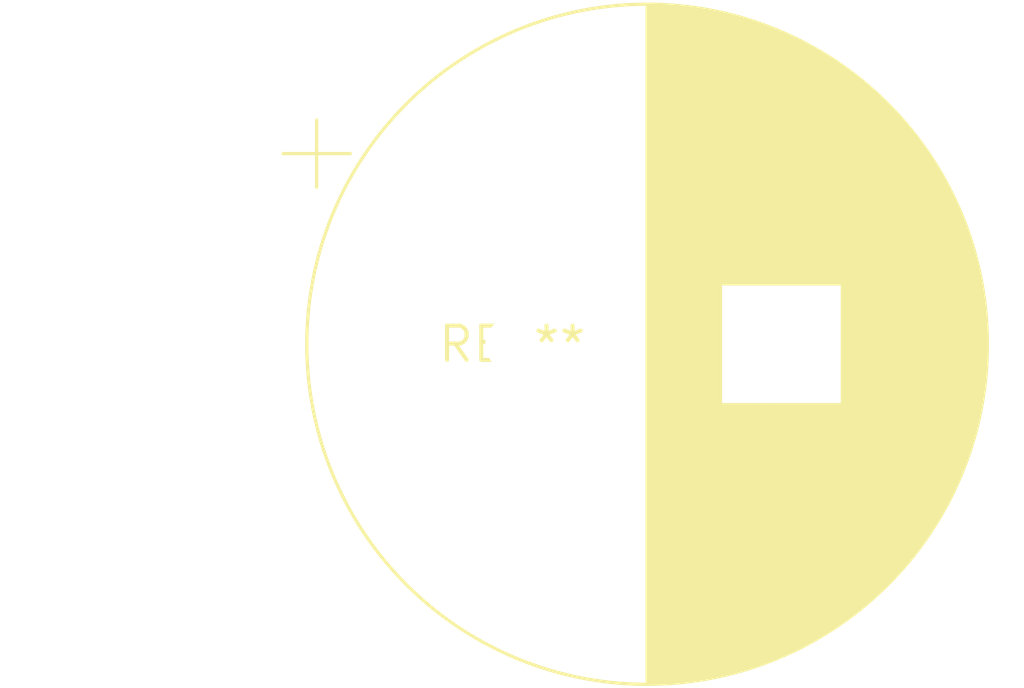
<source format=kicad_pcb>
(kicad_pcb (version 20240108) (generator pcbnew)
  (layers (0 "F.Cu" signal) (31 "B.Cu" signal) (34 "B.Paste" user) (35 "F.Paste" user) (36 "B.SilkS" user "B.Silkscreen") (37 "F.SilkS" user "F.Silkscreen") (38 "B.Mask" user) (39 "F.Mask" user) (44 "Edge.Cuts" user))
  (net 0 "")
  (footprint "CP_Radial_D25.0mm_P10.00mm_SnapIn" (layer "F.Cu") (at 0 0)
    (property "Reference" "REF**")
    (property "Value" "CP_Radial_D25.0mm_P10.00mm_SnapIn")
    (fp_line (start -8.504259 -7.075) (end -6.004259 -7.075) (layer "F.SilkS") (stroke (width 0.12)))
    (fp_line (start -7.254259 -8.325) (end -7.254259 -5.825) (layer "F.SilkS") (stroke (width 0.12)))
    (fp_line (start 5 -12.581) (end 5 12.581) (layer "F.SilkS") (stroke (width 0.12)))
    (fp_line (start 5.04 -12.58) (end 5.04 12.58) (layer "F.SilkS") (stroke (width 0.12)))
    (fp_line (start 5.08 -12.58) (end 5.08 12.58) (layer "F.SilkS") (stroke (width 0.12)))
    (fp_line (start 5.12 -12.58) (end 5.12 12.58) (layer "F.SilkS") (stroke (width 0.12)))
    (fp_line (start 5.16 -12.579) (end 5.16 12.579) (layer "F.SilkS") (stroke (width 0.12)))
    (fp_line (start 5.2 -12.579) (end 5.2 12.579) (layer "F.SilkS") (stroke (width 0.12)))
    (fp_line (start 5.24 -12.578) (end 5.24 12.578) (layer "F.SilkS") (stroke (width 0.12)))
    (fp_line (start 5.28 -12.577) (end 5.28 12.577) (layer "F.SilkS") (stroke (width 0.12)))
    (fp_line (start 5.32 -12.576) (end 5.32 12.576) (layer "F.SilkS") (stroke (width 0.12)))
    (fp_line (start 5.36 -12.575) (end 5.36 12.575) (layer "F.SilkS") (stroke (width 0.12)))
    (fp_line (start 5.4 -12.574) (end 5.4 12.574) (layer "F.SilkS") (stroke (width 0.12)))
    (fp_line (start 5.44 -12.573) (end 5.44 12.573) (layer "F.SilkS") (stroke (width 0.12)))
    (fp_line (start 5.48 -12.571) (end 5.48 12.571) (layer "F.SilkS") (stroke (width 0.12)))
    (fp_line (start 5.52 -12.57) (end 5.52 12.57) (layer "F.SilkS") (stroke (width 0.12)))
    (fp_line (start 5.56 -12.568) (end 5.56 12.568) (layer "F.SilkS") (stroke (width 0.12)))
    (fp_line (start 5.6 -12.566) (end 5.6 12.566) (layer "F.SilkS") (stroke (width 0.12)))
    (fp_line (start 5.64 -12.564) (end 5.64 12.564) (layer "F.SilkS") (stroke (width 0.12)))
    (fp_line (start 5.68 -12.562) (end 5.68 12.562) (layer "F.SilkS") (stroke (width 0.12)))
    (fp_line (start 5.721 -12.56) (end 5.721 12.56) (layer "F.SilkS") (stroke (width 0.12)))
    (fp_line (start 5.761 -12.558) (end 5.761 12.558) (layer "F.SilkS") (stroke (width 0.12)))
    (fp_line (start 5.801 -12.555) (end 5.801 12.555) (layer "F.SilkS") (stroke (width 0.12)))
    (fp_line (start 5.841 -12.553) (end 5.841 12.553) (layer "F.SilkS") (stroke (width 0.12)))
    (fp_line (start 5.881 -12.55) (end 5.881 12.55) (layer "F.SilkS") (stroke (width 0.12)))
    (fp_line (start 5.921 -12.547) (end 5.921 12.547) (layer "F.SilkS") (stroke (width 0.12)))
    (fp_line (start 5.961 -12.544) (end 5.961 12.544) (layer "F.SilkS") (stroke (width 0.12)))
    (fp_line (start 6.001 -12.541) (end 6.001 12.541) (layer "F.SilkS") (stroke (width 0.12)))
    (fp_line (start 6.041 -12.538) (end 6.041 12.538) (layer "F.SilkS") (stroke (width 0.12)))
    (fp_line (start 6.081 -12.534) (end 6.081 12.534) (layer "F.SilkS") (stroke (width 0.12)))
    (fp_line (start 6.121 -12.531) (end 6.121 12.531) (layer "F.SilkS") (stroke (width 0.12)))
    (fp_line (start 6.161 -12.527) (end 6.161 12.527) (layer "F.SilkS") (stroke (width 0.12)))
    (fp_line (start 6.201 -12.523) (end 6.201 12.523) (layer "F.SilkS") (stroke (width 0.12)))
    (fp_line (start 6.241 -12.519) (end 6.241 12.519) (layer "F.SilkS") (stroke (width 0.12)))
    (fp_line (start 6.281 -12.515) (end 6.281 12.515) (layer "F.SilkS") (stroke (width 0.12)))
    (fp_line (start 6.321 -12.511) (end 6.321 12.511) (layer "F.SilkS") (stroke (width 0.12)))
    (fp_line (start 6.361 -12.507) (end 6.361 12.507) (layer "F.SilkS") (stroke (width 0.12)))
    (fp_line (start 6.401 -12.503) (end 6.401 12.503) (layer "F.SilkS") (stroke (width 0.12)))
    (fp_line (start 6.441 -12.498) (end 6.441 12.498) (layer "F.SilkS") (stroke (width 0.12)))
    (fp_line (start 6.481 -12.493) (end 6.481 12.493) (layer "F.SilkS") (stroke (width 0.12)))
    (fp_line (start 6.521 -12.489) (end 6.521 12.489) (layer "F.SilkS") (stroke (width 0.12)))
    (fp_line (start 6.561 -12.484) (end 6.561 12.484) (layer "F.SilkS") (stroke (width 0.12)))
    (fp_line (start 6.601 -12.479) (end 6.601 12.479) (layer "F.SilkS") (stroke (width 0.12)))
    (fp_line (start 6.641 -12.473) (end 6.641 12.473) (layer "F.SilkS") (stroke (width 0.12)))
    (fp_line (start 6.681 -12.468) (end 6.681 12.468) (layer "F.SilkS") (stroke (width 0.12)))
    (fp_line (start 6.721 -12.463) (end 6.721 12.463) (layer "F.SilkS") (stroke (width 0.12)))
    (fp_line (start 6.761 -12.457) (end 6.761 12.457) (layer "F.SilkS") (stroke (width 0.12)))
    (fp_line (start 6.801 -12.451) (end 6.801 12.451) (layer "F.SilkS") (stroke (width 0.12)))
    (fp_line (start 6.841 -12.446) (end 6.841 12.446) (layer "F.SilkS") (stroke (width 0.12)))
    (fp_line (start 6.881 -12.44) (end 6.881 12.44) (layer "F.SilkS") (stroke (width 0.12)))
    (fp_line (start 6.921 -12.434) (end 6.921 12.434) (layer "F.SilkS") (stroke (width 0.12)))
    (fp_line (start 6.961 -12.427) (end 6.961 12.427) (layer "F.SilkS") (stroke (width 0.12)))
    (fp_line (start 7.001 -12.421) (end 7.001 12.421) (layer "F.SilkS") (stroke (width 0.12)))
    (fp_line (start 7.041 -12.415) (end 7.041 12.415) (layer "F.SilkS") (stroke (width 0.12)))
    (fp_line (start 7.081 -12.408) (end 7.081 12.408) (layer "F.SilkS") (stroke (width 0.12)))
    (fp_line (start 7.121 -12.401) (end 7.121 12.401) (layer "F.SilkS") (stroke (width 0.12)))
    (fp_line (start 7.161 -12.394) (end 7.161 12.394) (layer "F.SilkS") (stroke (width 0.12)))
    (fp_line (start 7.201 -12.387) (end 7.201 12.387) (layer "F.SilkS") (stroke (width 0.12)))
    (fp_line (start 7.241 -12.38) (end 7.241 12.38) (layer "F.SilkS") (stroke (width 0.12)))
    (fp_line (start 7.281 -12.373) (end 7.281 12.373) (layer "F.SilkS") (stroke (width 0.12)))
    (fp_line (start 7.321 -12.365) (end 7.321 12.365) (layer "F.SilkS") (stroke (width 0.12)))
    (fp_line (start 7.361 -12.358) (end 7.361 12.358) (layer "F.SilkS") (stroke (width 0.12)))
    (fp_line (start 7.401 -12.35) (end 7.401 12.35) (layer "F.SilkS") (stroke (width 0.12)))
    (fp_line (start 7.441 -12.342) (end 7.441 12.342) (layer "F.SilkS") (stroke (width 0.12)))
    (fp_line (start 7.481 -12.334) (end 7.481 12.334) (layer "F.SilkS") (stroke (width 0.12)))
    (fp_line (start 7.521 -12.326) (end 7.521 12.326) (layer "F.SilkS") (stroke (width 0.12)))
    (fp_line (start 7.561 -12.318) (end 7.561 12.318) (layer "F.SilkS") (stroke (width 0.12)))
    (fp_line (start 7.601 -12.31) (end 7.601 12.31) (layer "F.SilkS") (stroke (width 0.12)))
    (fp_line (start 7.641 -12.301) (end 7.641 12.301) (layer "F.SilkS") (stroke (width 0.12)))
    (fp_line (start 7.681 -12.293) (end 7.681 12.293) (layer "F.SilkS") (stroke (width 0.12)))
    (fp_line (start 7.721 -12.284) (end 7.721 12.284) (layer "F.SilkS") (stroke (width 0.12)))
    (fp_line (start 7.761 -12.275) (end 7.761 -2.24) (layer "F.SilkS") (stroke (width 0.12)))
    (fp_line (start 7.761 2.24) (end 7.761 12.275) (layer "F.SilkS") (stroke (width 0.12)))
    (fp_line (start 7.801 -12.266) (end 7.801 -2.24) (layer "F.SilkS") (stroke (width 0.12)))
    (fp_line (start 7.801 2.24) (end 7.801 12.266) (layer "F.SilkS") (stroke (width 0.12)))
    (fp_line (start 7.841 -12.257) (end 7.841 -2.24) (layer "F.SilkS") (stroke (width 0.12)))
    (fp_line (start 7.841 2.24) (end 7.841 12.257) (layer "F.SilkS") (stroke (width 0.12)))
    (fp_line (start 7.881 -12.247) (end 7.881 -2.24) (layer "F.SilkS") (stroke (width 0.12)))
    (fp_line (start 7.881 2.24) (end 7.881 12.247) (layer "F.SilkS") (stroke (width 0.12)))
    (fp_line (start 7.921 -12.238) (end 7.921 -2.24) (layer "F.SilkS") (stroke (width 0.12)))
    (fp_line (start 7.921 2.24) (end 7.921 12.238) (layer "F.SilkS") (stroke (width 0.12)))
    (fp_line (start 7.961 -12.228) (end 7.961 -2.24) (layer "F.SilkS") (stroke (width 0.12)))
    (fp_line (start 7.961 2.24) (end 7.961 12.228) (layer "F.SilkS") (stroke (width 0.12)))
    (fp_line (start 8.001 -12.219) (end 8.001 -2.24) (layer "F.SilkS") (stroke (width 0.12)))
    (fp_line (start 8.001 2.24) (end 8.001 12.219) (layer "F.SilkS") (stroke (width 0.12)))
    (fp_line (start 8.041 -12.209) (end 8.041 -2.24) (layer "F.SilkS") (stroke (width 0.12)))
    (fp_line (start 8.041 2.24) (end 8.041 12.209) (layer "F.SilkS") (stroke (width 0.12)))
    (fp_line (start 8.081 -12.199) (end 8.081 -2.24) (layer "F.SilkS") (stroke (width 0.12)))
    (fp_line (start 8.081 2.24) (end 8.081 12.199) (layer "F.SilkS") (stroke (width 0.12)))
    (fp_line (start 8.121 -12.189) (end 8.121 -2.24) (layer "F.SilkS") (stroke (width 0.12)))
    (fp_line (start 8.121 2.24) (end 8.121 12.189) (layer "F.SilkS") (stroke (width 0.12)))
    (fp_line (start 8.161 -12.178) (end 8.161 -2.24) (layer "F.SilkS") (stroke (width 0.12)))
    (fp_line (start 8.161 2.24) (end 8.161 12.178) (layer "F.SilkS") (stroke (width 0.12)))
    (fp_line (start 8.201 -12.168) (end 8.201 -2.24) (layer "F.SilkS") (stroke (width 0.12)))
    (fp_line (start 8.201 2.24) (end 8.201 12.168) (layer "F.SilkS") (stroke (width 0.12)))
    (fp_line (start 8.241 -12.157) (end 8.241 -2.24) (layer "F.SilkS") (stroke (width 0.12)))
    (fp_line (start 8.241 2.24) (end 8.241 12.157) (layer "F.SilkS") (stroke (width 0.12)))
    (fp_line (start 8.281 -12.147) (end 8.281 -2.24) (layer "F.SilkS") (stroke (width 0.12)))
    (fp_line (start 8.281 2.24) (end 8.281 12.147) (layer "F.SilkS") (stroke (width 0.12)))
    (fp_line (start 8.321 -12.136) (end 8.321 -2.24) (layer "F.SilkS") (stroke (width 0.12)))
    (fp_line (start 8.321 2.24) (end 8.321 12.136) (layer "F.SilkS") (stroke (width 0.12)))
    (fp_line (start 8.361 -12.125) (end 8.361 -2.24) (layer "F.SilkS") (stroke (width 0.12)))
    (fp_line (start 8.361 2.24) (end 8.361 12.125) (layer "F.SilkS") (stroke (width 0.12)))
    (fp_line (start 8.401 -12.114) (end 8.401 -2.24) (layer "F.SilkS") (stroke (width 0.12)))
    (fp_line (start 8.401 2.24) (end 8.401 12.114) (layer "F.SilkS") (stroke (width 0.12)))
    (fp_line (start 8.441 -12.103) (end 8.441 -2.24) (layer "F.SilkS") (stroke (width 0.12)))
    (fp_line (start 8.441 2.24) (end 8.441 12.103) (layer "F.SilkS") (stroke (width 0.12)))
    (fp_line (start 8.481 -12.091) (end 8.481 -2.24) (layer "F.SilkS") (stroke (width 0.12)))
    (fp_line (start 8.481 2.24) (end 8.481 12.091) (layer "F.SilkS") (stroke (width 0.12)))
    (fp_line (start 8.521 -12.08) (end 8.521 -2.24) (layer "F.SilkS") (stroke (width 0.12)))
    (fp_line (start 8.521 2.24) (end 8.521 12.08) (layer "F.SilkS") (stroke (width 0.12)))
    (fp_line (start 8.561 -12.068) (end 8.561 -2.24) (layer "F.SilkS") (stroke (width 0.12)))
    (fp_line (start 8.561 2.24) (end 8.561 12.068) (layer "F.SilkS") (stroke (width 0.12)))
    (fp_line (start 8.601 -12.056) (end 8.601 -2.24) (layer "F.SilkS") (stroke (width 0.12)))
    (fp_line (start 8.601 2.24) (end 8.601 12.056) (layer "F.SilkS") (stroke (width 0.12)))
    (fp_line (start 8.641 -12.044) (end 8.641 -2.24) (layer "F.SilkS") (stroke (width 0.12)))
    (fp_line (start 8.641 2.24) (end 8.641 12.044) (layer "F.SilkS") (stroke (width 0.12)))
    (fp_line (start 8.681 -12.032) (end 8.681 -2.24) (layer "F.SilkS") (stroke (width 0.12)))
    (fp_line (start 8.681 2.24) (end 8.681 12.032) (layer "F.SilkS") (stroke (width 0.12)))
    (fp_line (start 8.721 -12.02) (end 8.721 -2.24) (layer "F.SilkS") (stroke (width 0.12)))
    (fp_line (start 8.721 2.24) (end 8.721 12.02) (layer "F.SilkS") (stroke (width 0.12)))
    (fp_line (start 8.761 -12.007) (end 8.761 -2.24) (layer "F.SilkS") (stroke (width 0.12)))
    (fp_line (start 8.761 2.24) (end 8.761 12.007) (layer "F.SilkS") (stroke (width 0.12)))
    (fp_line (start 8.801 -11.995) (end 8.801 -2.24) (layer "F.SilkS") (stroke (width 0.12)))
    (fp_line (start 8.801 2.24) (end 8.801 11.995) (layer "F.SilkS") (stroke (width 0.12)))
    (fp_line (start 8.841 -11.982) (end 8.841 -2.24) (layer "F.SilkS") (stroke (width 0.12)))
    (fp_line (start 8.841 2.24) (end 8.841 11.982) (layer "F.SilkS") (stroke (width 0.12)))
    (fp_line (start 8.881 -11.969) (end 8.881 -2.24) (layer "F.SilkS") (stroke (width 0.12)))
    (fp_line (start 8.881 2.24) (end 8.881 11.969) (layer "F.SilkS") (stroke (width 0.12)))
    (fp_line (start 8.921 -11.956) (end 8.921 -2.24) (layer "F.SilkS") (stroke (width 0.12)))
    (fp_line (start 8.921 2.24) (end 8.921 11.956) (layer "F.SilkS") (stroke (width 0.12)))
    (fp_line (start 8.961 -11.943) (end 8.961 -2.24) (layer "F.SilkS") (stroke (width 0.12)))
    (fp_line (start 8.961 2.24) (end 8.961 11.943) (layer "F.SilkS") (stroke (width 0.12)))
    (fp_line (start 9.001 -11.93) (end 9.001 -2.24) (layer "F.SilkS") (stroke (width 0.12)))
    (fp_line (start 9.001 2.24) (end 9.001 11.93) (layer "F.SilkS") (stroke (width 0.12)))
    (fp_line (start 9.041 -11.916) (end 9.041 -2.24) (layer "F.SilkS") (stroke (width 0.12)))
    (fp_line (start 9.041 2.24) (end 9.041 11.916) (layer "F.SilkS") (stroke (width 0.12)))
    (fp_line (start 9.081 -11.903) (end 9.081 -2.24) (layer "F.SilkS") (stroke (width 0.12)))
    (fp_line (start 9.081 2.24) (end 9.081 11.903) (layer "F.SilkS") (stroke (width 0.12)))
    (fp_line (start 9.121 -11.889) (end 9.121 -2.24) (layer "F.SilkS") (stroke (width 0.12)))
    (fp_line (start 9.121 2.24) (end 9.121 11.889) (layer "F.SilkS") (stroke (width 0.12)))
    (fp_line (start 9.161 -11.875) (end 9.161 -2.24) (layer "F.SilkS") (stroke (width 0.12)))
    (fp_line (start 9.161 2.24) (end 9.161 11.875) (layer "F.SilkS") (stroke (width 0.12)))
    (fp_line (start 9.201 -11.861) (end 9.201 -2.24) (layer "F.SilkS") (stroke (width 0.12)))
    (fp_line (start 9.201 2.24) (end 9.201 11.861) (layer "F.SilkS") (stroke (width 0.12)))
    (fp_line (start 9.241 -11.847) (end 9.241 -2.24) (layer "F.SilkS") (stroke (width 0.12)))
    (fp_line (start 9.241 2.24) (end 9.241 11.847) (layer "F.SilkS") (stroke (width 0.12)))
    (fp_line (start 9.281 -11.833) (end 9.281 -2.24) (layer "F.SilkS") (stroke (width 0.12)))
    (fp_line (start 9.281 2.24) (end 9.281 11.833) (layer "F.SilkS") (stroke (width 0.12)))
    (fp_line (start 9.321 -11.818) (end 9.321 -2.24) (layer "F.SilkS") (stroke (width 0.12)))
    (fp_line (start 9.321 2.24) (end 9.321 11.818) (layer "F.SilkS") (stroke (width 0.12)))
    (fp_line (start 9.361 -11.803) (end 9.361 -2.24) (layer "F.SilkS") (stroke (width 0.12)))
    (fp_line (start 9.361 2.24) (end 9.361 11.803) (layer "F.SilkS") (stroke (width 0.12)))
    (fp_line (start 9.401 -11.789) (end 9.401 -2.24) (layer "F.SilkS") (stroke (width 0.12)))
    (fp_line (start 9.401 2.24) (end 9.401 11.789) (layer "F.SilkS") (stroke (width 0.12)))
    (fp_line (start 9.441 -11.774) (end 9.441 -2.24) (layer "F.SilkS") (stroke (width 0.12)))
    (fp_line (start 9.441 2.24) (end 9.441 11.774) (layer "F.SilkS") (stroke (width 0.12)))
    (fp_line (start 9.481 -11.759) (end 9.481 -2.24) (layer "F.SilkS") (stroke (width 0.12)))
    (fp_line (start 9.481 2.24) (end 9.481 11.759) (layer "F.SilkS") (stroke (width 0.12)))
    (fp_line (start 9.521 -11.743) (end 9.521 -2.24) (layer "F.SilkS") (stroke (width 0.12)))
    (fp_line (start 9.521 2.24) (end 9.521 11.743) (layer "F.SilkS") (stroke (width 0.12)))
    (fp_line (start 9.561 -11.728) (end 9.561 -2.24) (layer "F.SilkS") (stroke (width 0.12)))
    (fp_line (start 9.561 2.24) (end 9.561 11.728) (layer "F.SilkS") (stroke (width 0.12)))
    (fp_line (start 9.601 -11.712) (end 9.601 -2.24) (layer "F.SilkS") (stroke (width 0.12)))
    (fp_line (start 9.601 2.24) (end 9.601 11.712) (layer "F.SilkS") (stroke (width 0.12)))
    (fp_line (start 9.641 -11.697) (end 9.641 -2.24) (layer "F.SilkS") (stroke (width 0.12)))
    (fp_line (start 9.641 2.24) (end 9.641 11.697) (layer "F.SilkS") (stroke (width 0.12)))
    (fp_line (start 9.681 -11.681) (end 9.681 -2.24) (layer "F.SilkS") (stroke (width 0.12)))
    (fp_line (start 9.681 2.24) (end 9.681 11.681) (layer "F.SilkS") (stroke (width 0.12)))
    (fp_line (start 9.721 -11.665) (end 9.721 -2.24) (layer "F.SilkS") (stroke (width 0.12)))
    (fp_line (start 9.721 2.24) (end 9.721 11.665) (layer "F.SilkS") (stroke (width 0.12)))
    (fp_line (start 9.761 -11.648) (end 9.761 -2.24) (layer "F.SilkS") (stroke (width 0.12)))
    (fp_line (start 9.761 2.24) (end 9.761 11.648) (layer "F.SilkS") (stroke (width 0.12)))
    (fp_line (start 9.801 -11.632) (end 9.801 -2.24) (layer "F.SilkS") (stroke (width 0.12)))
    (fp_line (start 9.801 2.24) (end 9.801 11.632) (layer "F.SilkS") (stroke (width 0.12)))
    (fp_line (start 9.841 -11.615) (end 9.841 -2.24) (layer "F.SilkS") (stroke (width 0.12)))
    (fp_line (start 9.841 2.24) (end 9.841 11.615) (layer "F.SilkS") (stroke (width 0.12)))
    (fp_line (start 9.881 -11.599) (end 9.881 -2.24) (layer "F.SilkS") (stroke (width 0.12)))
    (fp_line (start 9.881 2.24) (end 9.881 11.599) (layer "F.SilkS") (stroke (width 0.12)))
    (fp_line (start 9.921 -11.582) (end 9.921 -2.24) (layer "F.SilkS") (stroke (width 0.12)))
    (fp_line (start 9.921 2.24) (end 9.921 11.582) (layer "F.SilkS") (stroke (width 0.12)))
    (fp_line (start 9.961 -11.565) (end 9.961 -2.24) (layer "F.SilkS") (stroke (width 0.12)))
    (fp_line (start 9.961 2.24) (end 9.961 11.565) (layer "F.SilkS") (stroke (width 0.12)))
    (fp_line (start 10.001 -11.548) (end 10.001 -2.24) (layer "F.SilkS") (stroke (width 0.12)))
    (fp_line (start 10.001 2.24) (end 10.001 11.548) (layer "F.SilkS") (stroke (width 0.12)))
    (fp_line (start 10.041 -11.53) (end 10.041 -2.24) (layer "F.SilkS") (stroke (width 0.12)))
    (fp_line (start 10.041 2.24) (end 10.041 11.53) (layer "F.SilkS") (stroke (width 0.12)))
    (fp_line (start 10.081 -11.513) (end 10.081 -2.24) (layer "F.SilkS") (stroke (width 0.12)))
    (fp_line (start 10.081 2.24) (end 10.081 11.513) (layer "F.SilkS") (stroke (width 0.12)))
    (fp_line (start 10.121 -11.495) (end 10.121 -2.24) (layer "F.SilkS") (stroke (width 0.12)))
    (fp_line (start 10.121 2.24) (end 10.121 11.495) (layer "F.SilkS") (stroke (width 0.12)))
    (fp_line (start 10.161 -11.477) (end 10.161 -2.24) (layer "F.SilkS") (stroke (width 0.12)))
    (fp_line (start 10.161 2.24) (end 10.161 11.477) (layer "F.SilkS") (stroke (width 0.12)))
    (fp_line (start 10.201 -11.459) (end 10.201 -2.24) (layer "F.SilkS") (stroke (width 0.12)))
    (fp_line (start 10.201 2.24) (end 10.201 11.459) (layer "F.SilkS") (stroke (width 0.12)))
    (fp_line (start 10.241 -11.441) (end 10.241 -2.24) (layer "F.SilkS") (stroke (width 0.12)))
    (fp_line (start 10.241 2.24) (end 10.241 11.441) (layer "F.SilkS") (stroke (width 0.12)))
    (fp_line (start 10.281 -11.423) (end 10.281 -2.24) (layer "F.SilkS") (stroke (width 0.12)))
    (fp_line (start 10.281 2.24) (end 10.281 11.423) (layer "F.SilkS") (stroke (width 0.12)))
    (fp_line (start 10.321 -11.404) (end 10.321 -2.24) (layer "F.SilkS") (stroke (width 0.12)))
    (fp_line (start 10.321 2.24) (end 10.321 11.404) (layer "F.SilkS") (stroke (width 0.12)))
    (fp_line (start 10.361 -11.386) (end 10.361 -2.24) (layer "F.SilkS") (stroke (width 0.12)))
    (fp_line (start 10.361 2.24) (end 10.361 11.386) (layer "F.SilkS") (stroke (width 0.12)))
    (fp_line (start 10.401 -11.367) (end 10.401 -2.24) (layer "F.SilkS") (stroke (width 0.12)))
    (fp_line (start 10.401 2.24) (end 10.401 11.367) (layer "F.SilkS") (stroke (width 0.12)))
    (fp_line (start 10.441 -11.348) (end 10.441 -2.24) (layer "F.SilkS") (stroke (width 0.12)))
    (fp_line (start 10.441 2.24) (end 10.441 11.348) (layer "F.SilkS") (stroke (width 0.12)))
    (fp_line (start 10.481 -11.329) (end 10.481 -2.24) (layer "F.SilkS") (stroke (width 0.12)))
    (fp_line (start 10.481 2.24) (end 10.481 11.329) (layer "F.SilkS") (stroke (width 0.12)))
    (fp_line (start 10.521 -11.309) (end 10.521 -2.24) (layer "F.SilkS") (stroke (width 0.12)))
    (fp_line (start 10.521 2.24) (end 10.521 11.309) (layer "F.SilkS") (stroke (width 0.12)))
    (fp_line (start 10.561 -11.29) (end 10.561 -2.24) (layer "F.SilkS") (stroke (width 0.12)))
    (fp_line (start 10.561 2.24) (end 10.561 11.29) (layer "F.SilkS") (stroke (width 0.12)))
    (fp_line (start 10.601 -11.27) (end 10.601 -2.24) (layer "F.SilkS") (stroke (width 0.12)))
    (fp_line (start 10.601 2.24) (end 10.601 11.27) (layer "F.SilkS") (stroke (width 0.12)))
    (fp_line (start 10.641 -11.25) (end 10.641 -2.24) (layer "F.SilkS") (stroke (width 0.12)))
    (fp_line (start 10.641 2.24) (end 10.641 11.25) (layer "F.SilkS") (stroke (width 0.12)))
    (fp_line (start 10.681 -11.23) (end 10.681 -2.24) (layer "F.SilkS") (stroke (width 0.12)))
    (fp_line (start 10.681 2.24) (end 10.681 11.23) (layer "F.SilkS") (stroke (width 0.12)))
    (fp_line (start 10.721 -11.21) (end 10.721 -2.24) (layer "F.SilkS") (stroke (width 0.12)))
    (fp_line (start 10.721 2.24) (end 10.721 11.21) (layer "F.SilkS") (stroke (width 0.12)))
    (fp_line (start 10.761 -11.189) (end 10.761 -2.24) (layer "F.SilkS") (stroke (width 0.12)))
    (fp_line (start 10.761 2.24) (end 10.761 11.189) (layer "F.SilkS") (stroke (width 0.12)))
    (fp_line (start 10.801 -11.169) (end 10.801 -2.24) (layer "F.SilkS") (stroke (width 0.12)))
    (fp_line (start 10.801 2.24) (end 10.801 11.169) (layer "F.SilkS") (stroke (width 0.12)))
    (fp_line (start 10.841 -11.148) (end 10.841 -2.24) (layer "F.SilkS") (stroke (width 0.12)))
    (fp_line (start 10.841 2.24) (end 10.841 11.148) (layer "F.SilkS") (stroke (width 0.12)))
    (fp_line (start 10.881 -11.127) (end 10.881 -2.24) (layer "F.SilkS") (stroke (width 0.12)))
    (fp_line (start 10.881 2.24) (end 10.881 11.127) (layer "F.SilkS") (stroke (width 0.12)))
    (fp_line (start 10.921 -11.106) (end 10.921 -2.24) (layer "F.SilkS") (stroke (width 0.12)))
    (fp_line (start 10.921 2.24) (end 10.921 11.106) (layer "F.SilkS") (stroke (width 0.12)))
    (fp_line (start 10.961 -11.084) (end 10.961 -2.24) (layer "F.SilkS") (stroke (width 0.12)))
    (fp_line (start 10.961 2.24) (end 10.961 11.084) (layer "F.SilkS") (stroke (width 0.12)))
    (fp_line (start 11.001 -11.063) (end 11.001 -2.24) (layer "F.SilkS") (stroke (width 0.12)))
    (fp_line (start 11.001 2.24) (end 11.001 11.063) (layer "F.SilkS") (stroke (width 0.12)))
    (fp_line (start 11.041 -11.041) (end 11.041 -2.24) (layer "F.SilkS") (stroke (width 0.12)))
    (fp_line (start 11.041 2.24) (end 11.041 11.041) (layer "F.SilkS") (stroke (width 0.12)))
    (fp_line (start 11.081 -11.019) (end 11.081 -2.24) (layer "F.SilkS") (stroke (width 0.12)))
    (fp_line (start 11.081 2.24) (end 11.081 11.019) (layer "F.SilkS") (stroke (width 0.12)))
    (fp_line (start 11.121 -10.997) (end 11.121 -2.24) (layer "F.SilkS") (stroke (width 0.12)))
    (fp_line (start 11.121 2.24) (end 11.121 10.997) (layer "F.SilkS") (stroke (width 0.12)))
    (fp_line (start 11.161 -10.975) (end 11.161 -2.24) (layer "F.SilkS") (stroke (width 0.12)))
    (fp_line (start 11.161 2.24) (end 11.161 10.975) (layer "F.SilkS") (stroke (width 0.12)))
    (fp_line (start 11.201 -10.953) (end 11.201 -2.24) (layer "F.SilkS") (stroke (width 0.12)))
    (fp_line (start 11.201 2.24) (end 11.201 10.953) (layer "F.SilkS") (stroke (width 0.12)))
    (fp_line (start 11.241 -10.93) (end 11.241 -2.24) (layer "F.SilkS") (stroke (width 0.12)))
    (fp_line (start 11.241 2.24) (end 11.241 10.93) (layer "F.SilkS") (stroke (width 0.12)))
    (fp_line (start 11.281 -10.907) (end 11.281 -2.24) (layer "F.SilkS") (stroke (width 0.12)))
    (fp_line (start 11.281 2.24) (end 11.281 10.907) (layer "F.SilkS") (stroke (width 0.12)))
    (fp_line (start 11.321 -10.884) (end 11.321 -2.24) (layer "F.SilkS") (stroke (width 0.12)))
    (fp_line (start 11.321 2.24) (end 11.321 10.884) (layer "F.SilkS") (stroke (width 0.12)))
    (fp_line (start 11.361 -10.861) (end 11.361 -2.24) (layer "F.SilkS") (stroke (width 0.12)))
    (fp_line (start 11.361 2.24) (end 11.361 10.861) (layer "F.SilkS") (stroke (width 0.12)))
    (fp_line (start 11.401 -10.837) (end 11.401 -2.24) (layer "F.SilkS") (stroke (width 0.12)))
    (fp_line (start 11.401 2.24) (end 11.401 10.837) (layer "F.SilkS") (stroke (width 0.12)))
    (fp_line (start 11.441 -10.814) (end 11.441 -2.24) (layer "F.SilkS") (stroke (width 0.12)))
    (fp_line (start 11.441 2.24) (end 11.441 10.814) (layer "F.SilkS") (stroke (width 0.12)))
    (fp_line (start 11.481 -10.79) (end 11.481 -2.24) (layer "F.SilkS") (stroke (width 0.12)))
    (fp_line (start 11.481 2.24) (end 11.481 10.79) (layer "F.SilkS") (stroke (width 0.12)))
    (fp_line (start 11.521 -10.766) (end 11.521 -2.24) (layer "F.SilkS") (stroke (width 0.12)))
    (fp_line (start 11.521 2.24) (end 11.521 10.766) (layer "F.SilkS") (stroke (width 0.12)))
    (fp_line (start 11.561 -10.742) (end 11.561 -2.24) (layer "F.SilkS") (stroke (width 0.12)))
    (fp_line (start 11.561 2.24) (end 11.561 10.742) (layer "F.SilkS") (stroke (width 0.12)))
    (fp_line (start 11.601 -10.717) (end 11.601 -2.24) (layer "F.SilkS") (stroke (width 0.12)))
    (fp_line (start 11.601 2.24) (end 11.601 10.717) (layer "F.SilkS") (stroke (width 0.12)))
    (fp_line (start 11.641 -10.692) (end 11.641 -2.24) (layer "F.SilkS") (stroke (width 0.12)))
    (fp_line (start 11.641 2.24) (end 11.641 10.692) (layer "F.SilkS") (stroke (width 0.12)))
    (fp_line (start 11.681 -10.668) (end 11.681 -2.24) (layer "F.SilkS") (stroke (width 0.12)))
    (fp_line (start 11.681 2.24) (end 11.681 10.668) (layer "F.SilkS") (stroke (width 0.12)))
    (fp_line (start 11.721 -10.643) (end 11.721 -2.24) (layer "F.SilkS") (stroke (width 0.12)))
    (fp_line (start 11.721 2.24) (end 11.721 10.643) (layer "F.SilkS") (stroke (width 0.12)))
    (fp_line (start 11.761 -10.617) (end 11.761 -2.24) (layer "F.SilkS") (stroke (width 0.12)))
    (fp_line (start 11.761 2.24) (end 11.761 10.617) (layer "F.SilkS") (stroke (width 0.12)))
    (fp_line (start 11.801 -10.592) (end 11.801 -2.24) (layer "F.SilkS") (stroke (width 0.12)))
    (fp_line (start 11.801 2.24) (end 11.801 10.592) (layer "F.SilkS") (stroke (width 0.12)))
    (fp_line (start 11.841 -10.566) (end 11.841 -2.24) (layer "F.SilkS") (stroke (width 0.12)))
    (fp_line (start 11.841 2.24) (end 11.841 10.566) (layer "F.SilkS") (stroke (width 0.12)))
    (fp_line (start 11.881 -10.54) (end 11.881 -2.24) (layer "F.SilkS") (stroke (width 0.12)))
    (fp_line (start 11.881 2.24) (end 11.881 10.54) (layer "F.SilkS") (stroke (width 0.12)))
    (fp_line (start 11.921 -10.514) (end 11.921 -2.24) (layer "F.SilkS") (stroke (width 0.12)))
    (fp_line (start 11.921 2.24) (end 11.921 10.514) (layer "F.SilkS") (stroke (width 0.12)))
    (fp_line (start 11.961 -10.488) (end 11.961 -2.24) (layer "F.SilkS") (stroke (width 0.12)))
    (fp_line (start 11.961 2.24) (end 11.961 10.488) (layer "F.SilkS") (stroke (width 0.12)))
    (fp_line (start 12.001 -10.461) (end 12.001 -2.24) (layer "F.SilkS") (stroke (width 0.12)))
    (fp_line (start 12.001 2.24) (end 12.001 10.461) (layer "F.SilkS") (stroke (width 0.12)))
    (fp_line (start 12.041 -10.434) (end 12.041 -2.24) (layer "F.SilkS") (stroke (width 0.12)))
    (fp_line (start 12.041 2.24) (end 12.041 10.434) (layer "F.SilkS") (stroke (width 0.12)))
    (fp_line (start 12.081 -10.407) (end 12.081 -2.24) (layer "F.SilkS") (stroke (width 0.12)))
    (fp_line (start 12.081 2.24) (end 12.081 10.407) (layer "F.SilkS") (stroke (width 0.12)))
    (fp_line (start 12.121 -10.38) (end 12.121 -2.24) (layer "F.SilkS") (stroke (width 0.12)))
    (fp_line (start 12.121 2.24) (end 12.121 10.38) (layer "F.SilkS") (stroke (width 0.12)))
    (fp_line (start 12.161 -10.353) (end 12.161 -2.24) (layer "F.SilkS") (stroke (width 0.12)))
    (fp_line (start 12.161 2.24) (end 12.161 10.353) (layer "F.SilkS") (stroke (width 0.12)))
    (fp_line (start 12.201 -10.325) (end 12.201 -2.24) (layer "F.SilkS") (stroke (width 0.12)))
    (fp_line (start 12.201 2.24) (end 12.201 10.325) (layer "F.SilkS") (stroke (width 0.12)))
    (fp_line (start 12.241 -10.297) (end 12.241 10.297) (layer "F.SilkS") (stroke (width 0.12)))
    (fp_line (start 12.281 -10.269) (end 12.281 10.269) (layer "F.SilkS") (stroke (width 0.12)))
    (fp_line (start 12.321 -10.241) (end 12.321 10.241) (layer "F.SilkS") (stroke (width 0.12)))
    (fp_line (start 12.361 -10.212) (end 12.361 10.212) (layer "F.SilkS") (stroke (width 0.12)))
    (fp_line (start 12.401 -10.183) (end 12.401 10.183) (layer "F.SilkS") (stroke (width 0.12)))
    (fp_line (start 12.441 -10.154) (end 12.441 10.154) (layer "F.SilkS") (stroke (width 0.12)))
    (fp_line (start 12.481 -10.125) (end 12.481 10.125) (layer "F.SilkS") (stroke (width 0.12)))
    (fp_line (start 12.521 -10.095) (end 12.521 10.095) (layer "F.SilkS") (stroke (width 0.12)))
    (fp_line (start 12.561 -10.065) (end 12.561 10.065) (layer "F.SilkS") (stroke (width 0.12)))
    (fp_line (start 12.601 -10.035) (end 12.601 10.035) (layer "F.SilkS") (stroke (width 0.12)))
    (fp_line (start 12.641 -10.005) (end 12.641 10.005) (layer "F.SilkS") (stroke (width 0.12)))
    (fp_line (start 12.681 -9.975) (end 12.681 9.975) (layer "F.SilkS") (stroke (width 0.12)))
    (fp_line (start 12.721 -9.944) (end 12.721 9.944) (layer "F.SilkS") (stroke (width 0.12)))
    (fp_line (start 12.761 -9.913) (end 12.761 9.913) (layer "F.SilkS") (stroke (width 0.12)))
    (fp_line (start 12.801 -9.881) (end 12.801 9.881) (layer "F.SilkS") (stroke (width 0.12)))
    (fp_line (start 12.841 -9.85) (end 12.841 9.85) (layer "F.SilkS") (stroke (width 0.12)))
    (fp_line (start 12.881 -9.818) (end 12.881 9.818) (layer "F.SilkS") (stroke (width 0.12)))
    (fp_line (start 12.921 -9.786) (end 12.921 9.786) (layer "F.SilkS") (stroke (width 0.12)))
    (fp_line (start 12.961 -9.753) (end 12.961 9.753) (layer "F.SilkS") (stroke (width 0.12)))
    (fp_line (start 13.001 -9.721) (end 13.001 9.721) (layer "F.SilkS") (stroke (width 0.12)))
    (fp_line (start 13.041 -9.688) (end 13.041 9.688) (layer "F.SilkS") (stroke (width 0.12)))
    (fp_line (start 13.081 -9.655) (end 13.081 9.655) (layer "F.SilkS") (stroke (width 0.12)))
    (fp_line (start 13.121 -9.621) (end 13.121 9.621) (layer "F.SilkS") (stroke (width 0.12)))
    (fp_line (start 13.161 -9.587) (end 13.161 9.587) (layer "F.SilkS") (stroke (width 0.12)))
    (fp_line (start 13.2 -9.553) (end 13.2 9.553) (layer "F.SilkS") (stroke (width 0.12)))
    (fp_line (start 13.24 -9.519) (end 13.24 9.519) (layer "F.SilkS") (stroke (width 0.12)))
    (fp_line (start 13.28 -9.484) (end 13.28 9.484) (layer "F.SilkS") (stroke (width 0.12)))
    (fp_line (start 13.32 -9.45) (end 13.32 9.45) (layer "F.SilkS") (stroke (width 0.12)))
    (fp_line (start 13.36 -9.414) (end 13.36 9.414) (layer "F.SilkS") (stroke (width 0.12)))
    (fp_line (start 13.4 -9.379) (end 13.4 9.379) (layer "F.SilkS") (stroke (width 0.12)))
    (fp_line (start 13.44 -9.343) (end 13.44 9.343) (layer "F.SilkS") (stroke (width 0.12)))
    (fp_line (start 13.48 -9.307) (end 13.48 9.307) (layer "F.SilkS") (stroke (width 0.12)))
    (fp_line (start 13.52 -9.27) (end 13.52 9.27) (layer "F.SilkS") (stroke (width 0.12)))
    (fp_line (start 13.56 -9.234) (end 13.56 9.234) (layer "F.SilkS") (stroke (width 0.12)))
    (fp_line (start 13.6 -9.197) (end 13.6 9.197) (layer "F.SilkS") (stroke (width 0.12)))
    (fp_line (start 13.64 -9.159) (end 13.64 9.159) (layer "F.SilkS") (stroke (width 0.12)))
    (fp_line (start 13.68 -9.121) (end 13.68 9.121) (layer "F.SilkS") (stroke (width 0.12)))
    (fp_line (start 13.72 -9.083) (end 13.72 9.083) (layer "F.SilkS") (stroke (width 0.12)))
    (fp_line (start 13.76 -9.045) (end 13.76 9.045) (layer "F.SilkS") (stroke (width 0.12)))
    (fp_line (start 13.8 -9.006) (end 13.8 9.006) (layer "F.SilkS") (stroke (width 0.12)))
    (fp_line (start 13.84 -8.967) (end 13.84 8.967) (layer "F.SilkS") (stroke (width 0.12)))
    (fp_line (start 13.88 -8.928) (end 13.88 8.928) (layer "F.SilkS") (stroke (width 0.12)))
    (fp_line (start 13.92 -8.888) (end 13.92 8.888) (layer "F.SilkS") (stroke (width 0.12)))
    (fp_line (start 13.96 -8.848) (end 13.96 8.848) (layer "F.SilkS") (stroke (width 0.12)))
    (fp_line (start 14 -8.807) (end 14 8.807) (layer "F.SilkS") (stroke (width 0.12)))
    (fp_line (start 14.04 -8.766) (end 14.04 8.766) (layer "F.SilkS") (stroke (width 0.12)))
    (fp_line (start 14.08 -8.725) (end 14.08 8.725) (layer "F.SilkS") (stroke (width 0.12)))
    (fp_line (start 14.12 -8.683) (end 14.12 8.683) (layer "F.SilkS") (stroke (width 0.12)))
    (fp_line (start 14.16 -8.641) (end 14.16 8.641) (layer "F.SilkS") (stroke (width 0.12)))
    (fp_line (start 14.2 -8.599) (end 14.2 8.599) (layer "F.SilkS") (stroke (width 0.12)))
    (fp_line (start 14.24 -8.556) (end 14.24 8.556) (layer "F.SilkS") (stroke (width 0.12)))
    (fp_line (start 14.28 -8.513) (end 14.28 8.513) (layer "F.SilkS") (stroke (width 0.12)))
    (fp_line (start 14.32 -8.469) (end 14.32 8.469) (layer "F.SilkS") (stroke (width 0.12)))
    (fp_line (start 14.36 -8.425) (end 14.36 8.425) (layer "F.SilkS") (stroke (width 0.12)))
    (fp_line (start 14.4 -8.381) (end 14.4 8.381) (layer "F.SilkS") (stroke (width 0.12)))
    (fp_line (start 14.44 -8.336) (end 14.44 8.336) (layer "F.SilkS") (stroke (width 0.12)))
    (fp_line (start 14.48 -8.291) (end 14.48 8.291) (layer "F.SilkS") (stroke (width 0.12)))
    (fp_line (start 14.52 -8.245) (end 14.52 8.245) (layer "F.SilkS") (stroke (width 0.12)))
    (fp_line (start 14.56 -8.199) (end 14.56 8.199) (layer "F.SilkS") (stroke (width 0.12)))
    (fp_line (start 14.6 -8.152) (end 14.6 8.152) (layer "F.SilkS") (stroke (width 0.12)))
    (fp_line (start 14.64 -8.105) (end 14.64 8.105) (layer "F.SilkS") (stroke (width 0.12)))
    (fp_line (start 14.68 -8.058) (end 14.68 8.058) (layer "F.SilkS") (stroke (width 0.12)))
    (fp_line (start 14.72 -8.009) (end 14.72 8.009) (layer "F.SilkS") (stroke (width 0.12)))
    (fp_line (start 14.76 -7.961) (end 14.76 7.961) (layer "F.SilkS") (stroke (width 0.12)))
    (fp_line (start 14.8 -7.912) (end 14.8 7.912) (layer "F.SilkS") (stroke (width 0.12)))
    (fp_line (start 14.84 -7.862) (end 14.84 7.862) (layer "F.SilkS") (stroke (width 0.12)))
    (fp_line (start 14.88 -7.812) (end 14.88 7.812) (layer "F.SilkS") (stroke (width 0.12)))
    (fp_line (start 14.92 -7.762) (end 14.92 7.762) (layer "F.SilkS") (stroke (width 0.12)))
    (fp_line (start 14.96 -7.711) (end 14.96 7.711) (layer "F.SilkS") (stroke (width 0.12)))
    (fp_line (start 15 -7.659) (end 15 7.659) (layer "F.SilkS") (stroke (width 0.12)))
    (fp_line (start 15.04 -7.607) (end 15.04 7.607) (layer "F.SilkS") (stroke (width 0.12)))
    (fp_line (start 15.08 -7.554) (end 15.08 7.554) (layer "F.SilkS") (stroke (width 0.12)))
    (fp_line (start 15.12 -7.5) (end 15.12 7.5) (layer "F.SilkS") (stroke (width 0.12)))
    (fp_line (start 15.16 -7.446) (end 15.16 7.446) (layer "F.SilkS") (stroke (width 0.12)))
    (fp_line (start 15.2 -7.392) (end 15.2 7.392) (layer "F.SilkS") (stroke (width 0.12)))
    (fp_line (start 15.24 -7.337) (end 15.24 7.337) (layer "F.SilkS") (stroke (width 0.12)))
    (fp_line (start 15.28 -7.281) (end 15.28 7.281) (layer "F.SilkS") (stroke (width 0.12)))
    (fp_line (start 15.32 -7.224) (end 15.32 7.224) (layer "F.SilkS") (stroke (width 0.12)))
    (fp_line (start 15.36 -7.167) (end 15.36 7.167) (layer "F.SilkS") (stroke (width 0.12)))
    (fp_line (start 15.4 -7.109) (end 15.4 7.109) (layer "F.SilkS") (stroke (width 0.12)))
    (fp_line (start 15.44 -7.051) (end 15.44 7.051) (layer "F.SilkS") (stroke (width 0.12)))
    (fp_line (start 15.48 -6.991) (end 15.48 6.991) (layer "F.SilkS") (stroke (width 0.12)))
    (fp_line (start 15.52 -6.931) (end 15.52 6.931) (layer "F.SilkS") (stroke (width 0.12)))
    (fp_line (start 15.56 -6.871) (end 15.56 6.871) (layer "F.SilkS") (stroke (width 0.12)))
    (fp_line (start 15.6 -6.809) (end 15.6 6.809) (layer "F.SilkS") (stroke (width 0.12)))
    (fp_line (start 15.64 -6.747) (end 15.64 6.747) (layer "F.SilkS") (stroke (width 0.12)))
    (fp_line (start 15.68 -6.684) (end 15.68 6.684) (layer "F.SilkS") (stroke (width 0.12)))
    (fp_line (start 15.72 -6.62) (end 15.72 6.62) (layer "F.SilkS") (stroke (width 0.12)))
    (fp_line (start 15.76 -6.555) (end 15.76 6.555) (layer "F.SilkS") (stroke (width 0.12)))
    (fp_line (start 15.8 -6.489) (end 15.8 6.489) (layer "F.SilkS") (stroke (width 0.12)))
    (fp_line (start 15.84 -6.423) (end 15.84 6.423) (layer "F.SilkS") (stroke (width 0.12)))
    (fp_line (start 15.88 -6.355) (end 15.88 6.355) (layer "F.SilkS") (stroke (width 0.12)))
    (fp_line (start 15.92 -6.286) (end 15.92 6.286) (layer "F.SilkS") (stroke (width 0.12)))
    (fp_line (start 15.96 -6.217) (end 15.96 6.217) (layer "F.SilkS") (stroke (width 0.12)))
    (fp_line (start 16 -6.146) (end 16 6.146) (layer "F.SilkS") (stroke (width 0.12)))
    (fp_line (start 16.04 -6.075) (end 16.04 6.075) (layer "F.SilkS") (stroke (width 0.12)))
    (fp_line (start 16.08 -6.002) (end 16.08 6.002) (layer "F.SilkS") (stroke (width 0.12)))
    (fp_line (start 16.12 -5.928) (end 16.12 5.928) (layer "F.SilkS") (stroke (width 0.12)))
    (fp_line (start 16.16 -5.853) (end 16.16 5.853) (layer "F.SilkS") (stroke (width 0.12)))
    (fp_line (start 16.2 -5.776) (end 16.2 5.776) (layer "F.SilkS") (stroke (width 0.12)))
    (fp_line (start 16.24 -5.699) (end 16.24 5.699) (layer "F.SilkS") (stroke (width 0.12)))
    (fp_line (start 16.28 -5.62) (end 16.28 5.62) (layer "F.SilkS") (stroke (width 0.12)))
    (fp_line (start 16.32 -5.539) (end 16.32 5.539) (layer "F.SilkS") (stroke (width 0.12)))
    (fp_line (start 16.36 -5.457) (end 16.36 5.457) (layer "F.SilkS") (stroke (width 0.12)))
    (fp_line (start 16.4 -5.374) (end 16.4 5.374) (layer "F.SilkS") (stroke (width 0.12)))
    (fp_line (start 16.44 -5.289) (end 16.44 5.289) (layer "F.SilkS") (stroke (width 0.12)))
    (fp_line (start 16.48 -5.202) (end 16.48 5.202) (layer "F.SilkS") (stroke (width 0.12)))
    (fp_line (start 16.52 -5.114) (end 16.52 5.114) (layer "F.SilkS") (stroke (width 0.12)))
    (fp_line (start 16.56 -5.023) (end 16.56 5.023) (layer "F.SilkS") (stroke (width 0.12)))
    (fp_line (start 16.6 -4.931) (end 16.6 4.931) (layer "F.SilkS") (stroke (width 0.12)))
    (fp_line (start 16.64 -4.836) (end 16.64 4.836) (layer "F.SilkS") (stroke (width 0.12)))
    (fp_line (start 16.68 -4.74) (end 16.68 4.74) (layer "F.SilkS") (stroke (width 0.12)))
    (fp_line (start 16.72 -4.641) (end 16.72 4.641) (layer "F.SilkS") (stroke (width 0.12)))
    (fp_line (start 16.76 -4.539) (end 16.76 4.539) (layer "F.SilkS") (stroke (width 0.12)))
    (fp_line (start 16.8 -4.435) (end 16.8 4.435) (layer "F.SilkS") (stroke (width 0.12)))
    (fp_line (start 16.84 -4.328) (end 16.84 4.328) (layer "F.SilkS") (stroke (width 0.12)))
    (fp_line (start 16.88 -4.218) (end 16.88 4.218) (layer "F.SilkS") (stroke (width 0.12)))
    (fp_line (start 16.92 -4.105) (end 16.92 4.105) (layer "F.SilkS") (stroke (width 0.12)))
    (fp_line (start 16.96 -3.988) (end 16.96 3.988) (layer "F.SilkS") (stroke (width 0.12)))
    (fp_line (start 17 -3.867) (end 17 3.867) (layer "F.SilkS") (stroke (width 0.12)))
    (fp_line (start 17.04 -3.742) (end 17.04 3.742) (layer "F.SilkS") (stroke (width 0.12)))
    (fp_line (start 17.08 -3.613) (end 17.08 3.613) (layer "F.SilkS") (stroke (width 0.12)))
    (fp_line (start 17.12 -3.478) (end 17.12 3.478) (layer "F.SilkS") (stroke (width 0.12)))
    (fp_line (start 17.16 -3.337) (end 17.16 3.337) (layer "F.SilkS") (stroke (width 0.12)))
    (fp_line (start 17.2 -3.189) (end 17.2 3.189) (layer "F.SilkS") (stroke (width 0.12)))
    (fp_line (start 17.24 -3.034) (end 17.24 3.034) (layer "F.SilkS") (stroke (width 0.12)))
    (fp_line (start 17.28 -2.87) (end 17.28 2.87) (layer "F.SilkS") (stroke (width 0.12)))
    (fp_line (start 17.32 -2.696) (end 17.32 2.696) (layer "F.SilkS") (stroke (width 0.12)))
    (fp_line (start 17.36 -2.509) (end 17.36 2.509) (layer "F.SilkS") (stroke (width 0.12)))
    (fp_line (start 17.4 -2.307) (end 17.4 2.307) (layer "F.SilkS") (stroke (width 0.12)))
    (fp_line (start 17.44 -2.084) (end 17.44 2.084) (layer "F.SilkS") (stroke (width 0.12)))
    (fp_line (start 17.48 -1.835) (end 17.48 1.835) (layer "F.SilkS") (stroke (width 0.12)))
    (fp_line (start 17.52 -1.546) (end 17.52 1.546) (layer "F.SilkS") (stroke (width 0.12)))
    (fp_line (start 17.56 -1.19) (end 17.56 1.19) (layer "F.SilkS") (stroke (width 0.12)))
    (fp_line (start 17.6 -0.671) (end 17.6 0.671) (layer "F.SilkS") (stroke (width 0.12)))
    (fp_circle (center 5 0) (end 17.62 0) (layer "F.SilkS") (stroke (width 0.12)) (fill none))
    (pad "1" thru_hole rect (at 0 0) (size 4 4) (drill 2) (layers *.Cu *.Mask) (remove_unused_layers))
    (pad "2" thru_hole circle (at 10 0) (size 4 4) (drill 2) (layers *.Cu *.Mask) (remove_unused_layers))
  )
)
</source>
